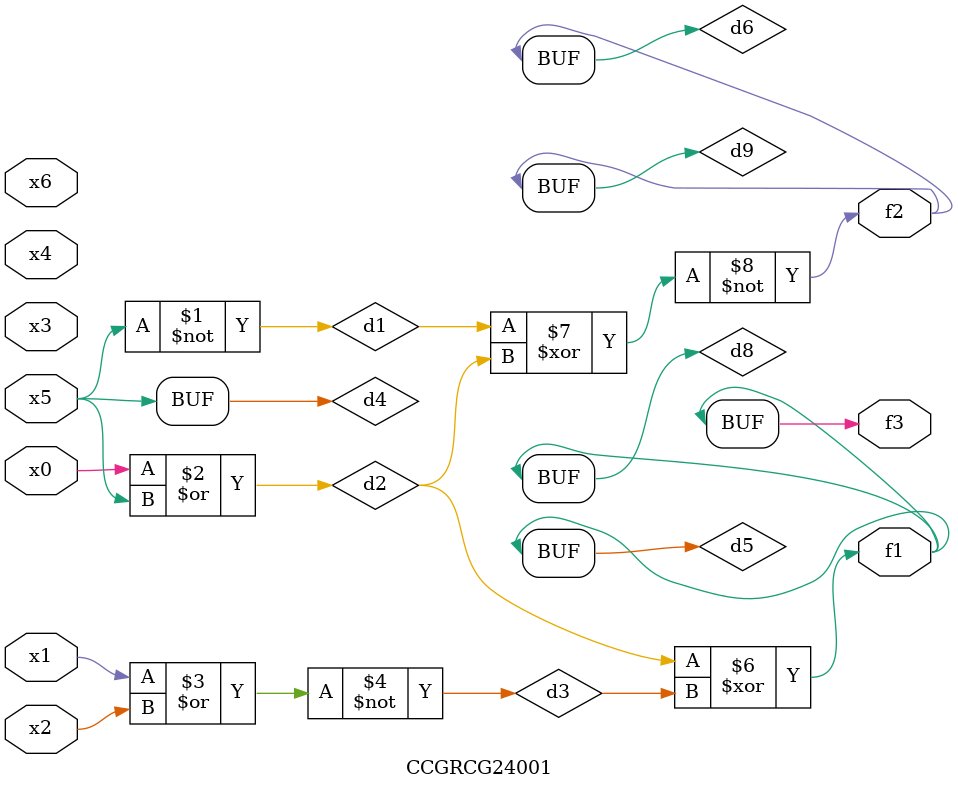
<source format=v>
module CCGRCG24001(
	input x0, x1, x2, x3, x4, x5, x6,
	output f1, f2, f3
);

	wire d1, d2, d3, d4, d5, d6, d7, d8, d9;

	nand (d1, x5);
	or (d2, x0, x5);
	nor (d3, x1, x2);
	xnor (d4, d1);
	xor (d5, d2, d3);
	xnor (d6, d1, d2);
	not (d7, x4);
	buf (d8, d5);
	xor (d9, d6);
	assign f1 = d8;
	assign f2 = d9;
	assign f3 = d8;
endmodule

</source>
